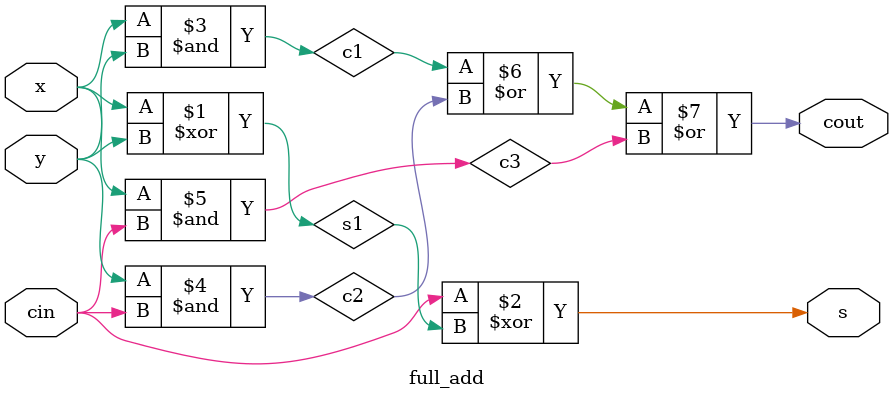
<source format=v>
module full_add(x,y,cin,s,cout);
	input x,y,cin;
	output s,cout;
	wire s1,c1,c2,c3;
	xor(s1,x,y);
	xor(s,cin,s1);
	and(c1,x,y);
	and(c2,y,cin);
	and(c3,x,cin);
	or(cout,c1,c2,c3);
endmodule

</source>
